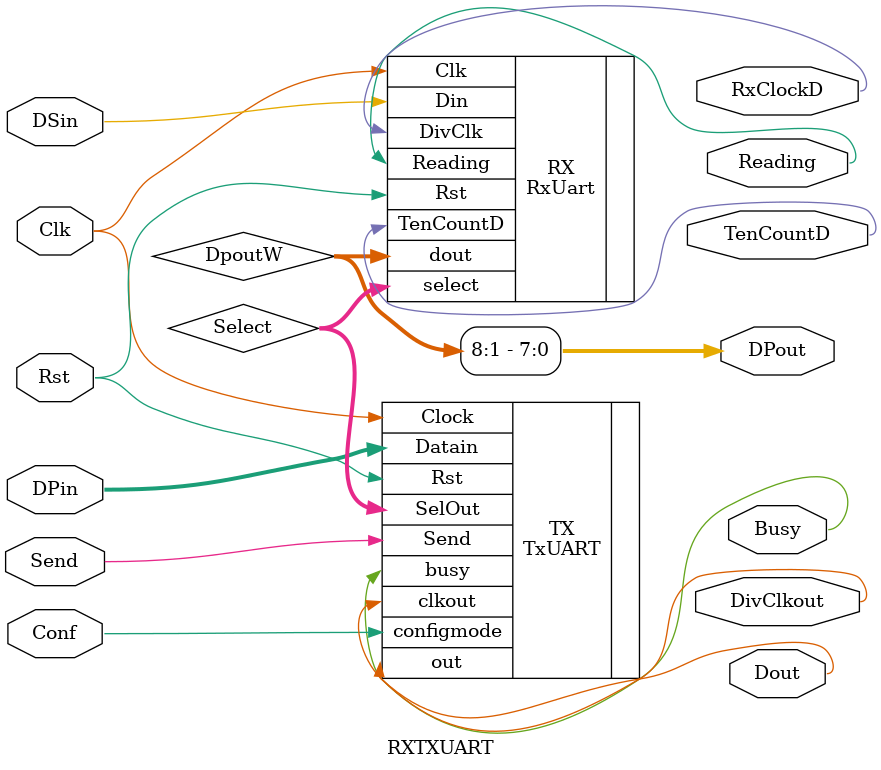
<source format=sv>
module RXTXUART(
	input Clk, Rst, Send, Conf,
	input DSin,
	input [7:0] DPin,
	output Dout, Busy, Reading,
	output [7:0] DPout,
	//Debug
	output DivClkout,
	output RxClockD,
	output TenCountD
);
	wire [2:0] Select;
	wire [9:0] DpoutW;
	RxUart RX (
		.Din(DSin),
		.Clk(Clk),
		.Rst(Rst),
		.select(Select),
		.dout(DpoutW),
		.Reading(Reading),
		.DivClk(RxClockD),
		.TenCountD(TenCountD)
	);
	
	TxUART TX (
		.Rst(Rst),
		.Clock(Clk),
		.Send(Send),
		.configmode(Conf),
		.Datain(DPin),
		.out(Dout), 
		.busy(Busy),
		.SelOut(Select),
		.clkout(DivClkout)
	);
	
	assign DPout = DpoutW[8:1];
endmodule 
</source>
